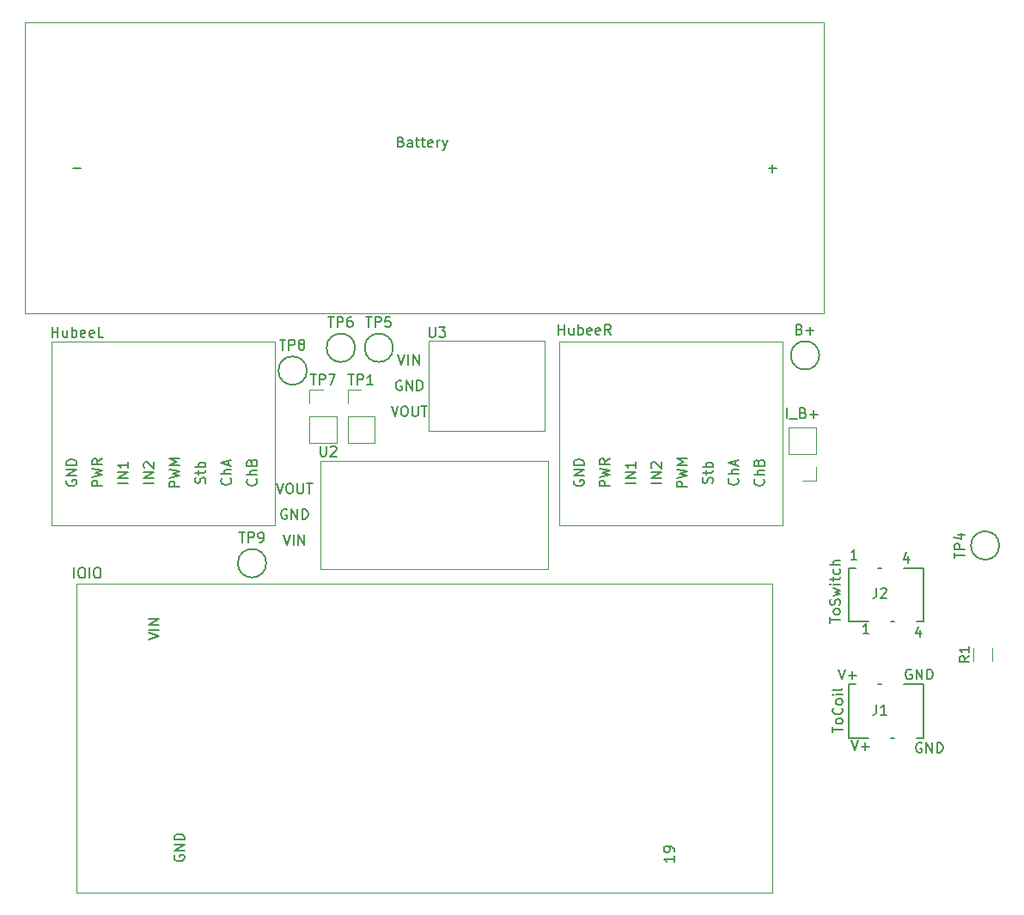
<source format=gbr>
G04 #@! TF.GenerationSoftware,KiCad,Pcbnew,5.1.5+dfsg1-2build2*
G04 #@! TF.CreationDate,2020-11-16T19:45:50+09:00*
G04 #@! TF.ProjectId,robot,726f626f-742e-46b6-9963-61645f706362,rev?*
G04 #@! TF.SameCoordinates,Original*
G04 #@! TF.FileFunction,Legend,Top*
G04 #@! TF.FilePolarity,Positive*
%FSLAX46Y46*%
G04 Gerber Fmt 4.6, Leading zero omitted, Abs format (unit mm)*
G04 Created by KiCad (PCBNEW 5.1.5+dfsg1-2build2) date 2020-11-16 19:45:50*
%MOMM*%
%LPD*%
G04 APERTURE LIST*
%ADD10C,0.150000*%
%ADD11C,0.120000*%
%ADD12C,0.152400*%
G04 APERTURE END LIST*
D10*
X87690476Y40214285D02*
X87690476Y39547619D01*
X87452380Y40595238D02*
X87214285Y39880952D01*
X87833333Y39880952D01*
X83785714Y32547619D02*
X83214285Y32547619D01*
X83500000Y32547619D02*
X83500000Y33547619D01*
X83404761Y33404761D01*
X83309523Y33309523D01*
X83214285Y33261904D01*
X88988095Y21750000D02*
X88892857Y21797619D01*
X88750000Y21797619D01*
X88607142Y21750000D01*
X88511904Y21654761D01*
X88464285Y21559523D01*
X88416666Y21369047D01*
X88416666Y21226190D01*
X88464285Y21035714D01*
X88511904Y20940476D01*
X88607142Y20845238D01*
X88750000Y20797619D01*
X88845238Y20797619D01*
X88988095Y20845238D01*
X89035714Y20892857D01*
X89035714Y21226190D01*
X88845238Y21226190D01*
X89464285Y20797619D02*
X89464285Y21797619D01*
X90035714Y20797619D01*
X90035714Y21797619D01*
X90511904Y20797619D02*
X90511904Y21797619D01*
X90750000Y21797619D01*
X90892857Y21750000D01*
X90988095Y21654761D01*
X91035714Y21559523D01*
X91083333Y21369047D01*
X91083333Y21226190D01*
X91035714Y21035714D01*
X90988095Y20940476D01*
X90892857Y20845238D01*
X90750000Y20797619D01*
X90511904Y20797619D01*
X87988095Y29000000D02*
X87892857Y29047619D01*
X87750000Y29047619D01*
X87607142Y29000000D01*
X87511904Y28904761D01*
X87464285Y28809523D01*
X87416666Y28619047D01*
X87416666Y28476190D01*
X87464285Y28285714D01*
X87511904Y28190476D01*
X87607142Y28095238D01*
X87750000Y28047619D01*
X87845238Y28047619D01*
X87988095Y28095238D01*
X88035714Y28142857D01*
X88035714Y28476190D01*
X87845238Y28476190D01*
X88464285Y28047619D02*
X88464285Y29047619D01*
X89035714Y28047619D01*
X89035714Y29047619D01*
X89511904Y28047619D02*
X89511904Y29047619D01*
X89750000Y29047619D01*
X89892857Y29000000D01*
X89988095Y28904761D01*
X90035714Y28809523D01*
X90083333Y28619047D01*
X90083333Y28476190D01*
X90035714Y28285714D01*
X89988095Y28190476D01*
X89892857Y28095238D01*
X89750000Y28047619D01*
X89511904Y28047619D01*
X82047619Y22047619D02*
X82380952Y21047619D01*
X82714285Y22047619D01*
X83047619Y21428571D02*
X83809523Y21428571D01*
X83428571Y21047619D02*
X83428571Y21809523D01*
X80797619Y29047619D02*
X81130952Y28047619D01*
X81464285Y29047619D01*
X81797619Y28428571D02*
X82559523Y28428571D01*
X82178571Y28047619D02*
X82178571Y28809523D01*
X80202380Y22809523D02*
X80202380Y23380952D01*
X81202380Y23095238D02*
X80202380Y23095238D01*
X81202380Y23857142D02*
X81154761Y23761904D01*
X81107142Y23714285D01*
X81011904Y23666666D01*
X80726190Y23666666D01*
X80630952Y23714285D01*
X80583333Y23761904D01*
X80535714Y23857142D01*
X80535714Y24000000D01*
X80583333Y24095238D01*
X80630952Y24142857D01*
X80726190Y24190476D01*
X81011904Y24190476D01*
X81107142Y24142857D01*
X81154761Y24095238D01*
X81202380Y24000000D01*
X81202380Y23857142D01*
X81107142Y25190476D02*
X81154761Y25142857D01*
X81202380Y25000000D01*
X81202380Y24904761D01*
X81154761Y24761904D01*
X81059523Y24666666D01*
X80964285Y24619047D01*
X80773809Y24571428D01*
X80630952Y24571428D01*
X80440476Y24619047D01*
X80345238Y24666666D01*
X80250000Y24761904D01*
X80202380Y24904761D01*
X80202380Y25000000D01*
X80250000Y25142857D01*
X80297619Y25190476D01*
X81202380Y25761904D02*
X81154761Y25666666D01*
X81107142Y25619047D01*
X81011904Y25571428D01*
X80726190Y25571428D01*
X80630952Y25619047D01*
X80583333Y25666666D01*
X80535714Y25761904D01*
X80535714Y25904761D01*
X80583333Y26000000D01*
X80630952Y26047619D01*
X80726190Y26095238D01*
X81011904Y26095238D01*
X81107142Y26047619D01*
X81154761Y26000000D01*
X81202380Y25904761D01*
X81202380Y25761904D01*
X81202380Y26523809D02*
X80535714Y26523809D01*
X80202380Y26523809D02*
X80250000Y26476190D01*
X80297619Y26523809D01*
X80250000Y26571428D01*
X80202380Y26523809D01*
X80297619Y26523809D01*
X81202380Y27142857D02*
X81154761Y27047619D01*
X81059523Y27000000D01*
X80202380Y27000000D01*
X79952380Y33607142D02*
X79952380Y34178571D01*
X80952380Y33892857D02*
X79952380Y33892857D01*
X80952380Y34654761D02*
X80904761Y34559523D01*
X80857142Y34511904D01*
X80761904Y34464285D01*
X80476190Y34464285D01*
X80380952Y34511904D01*
X80333333Y34559523D01*
X80285714Y34654761D01*
X80285714Y34797619D01*
X80333333Y34892857D01*
X80380952Y34940476D01*
X80476190Y34988095D01*
X80761904Y34988095D01*
X80857142Y34940476D01*
X80904761Y34892857D01*
X80952380Y34797619D01*
X80952380Y34654761D01*
X80904761Y35369047D02*
X80952380Y35511904D01*
X80952380Y35750000D01*
X80904761Y35845238D01*
X80857142Y35892857D01*
X80761904Y35940476D01*
X80666666Y35940476D01*
X80571428Y35892857D01*
X80523809Y35845238D01*
X80476190Y35750000D01*
X80428571Y35559523D01*
X80380952Y35464285D01*
X80333333Y35416666D01*
X80238095Y35369047D01*
X80142857Y35369047D01*
X80047619Y35416666D01*
X80000000Y35464285D01*
X79952380Y35559523D01*
X79952380Y35797619D01*
X80000000Y35940476D01*
X80285714Y36273809D02*
X80952380Y36464285D01*
X80476190Y36654761D01*
X80952380Y36845238D01*
X80285714Y37035714D01*
X80952380Y37416666D02*
X80285714Y37416666D01*
X79952380Y37416666D02*
X80000000Y37369047D01*
X80047619Y37416666D01*
X80000000Y37464285D01*
X79952380Y37416666D01*
X80047619Y37416666D01*
X80285714Y37750000D02*
X80285714Y38130952D01*
X79952380Y37892857D02*
X80809523Y37892857D01*
X80904761Y37940476D01*
X80952380Y38035714D01*
X80952380Y38130952D01*
X80904761Y38892857D02*
X80952380Y38797619D01*
X80952380Y38607142D01*
X80904761Y38511904D01*
X80857142Y38464285D01*
X80761904Y38416666D01*
X80476190Y38416666D01*
X80380952Y38464285D01*
X80333333Y38511904D01*
X80285714Y38607142D01*
X80285714Y38797619D01*
X80333333Y38892857D01*
X80952380Y39321428D02*
X79952380Y39321428D01*
X80952380Y39750000D02*
X80428571Y39750000D01*
X80333333Y39702380D01*
X80285714Y39607142D01*
X80285714Y39464285D01*
X80333333Y39369047D01*
X80380952Y39321428D01*
D11*
X94090000Y31102064D02*
X94090000Y29897936D01*
X95910000Y31102064D02*
X95910000Y29897936D01*
D12*
X88487040Y22278263D02*
X89183000Y22278263D01*
X85052960Y27536063D02*
X84677040Y27536063D01*
X85947040Y22278263D02*
X86322960Y22278263D01*
X82512960Y27536063D02*
X81817000Y27536063D01*
X81817000Y27536063D02*
X81817000Y22278263D01*
X89183000Y27536063D02*
X87217040Y27536063D01*
X89183000Y22278263D02*
X89183000Y27536063D01*
X81817000Y22278263D02*
X83782960Y22278263D01*
X88487040Y33778263D02*
X89183000Y33778263D01*
X85052960Y39036063D02*
X84677040Y39036063D01*
X85947040Y33778263D02*
X86322960Y33778263D01*
X82512960Y39036063D02*
X81817000Y39036063D01*
X81817000Y39036063D02*
X81817000Y33778263D01*
X89183000Y39036063D02*
X87217040Y39036063D01*
X89183000Y33778263D02*
X89183000Y39036063D01*
X81817000Y33778263D02*
X83782960Y33778263D01*
D11*
X51830000Y61445000D02*
X51830000Y52555000D01*
X40400000Y52555000D02*
X51830000Y52555000D01*
X40400000Y61445000D02*
X40400000Y52555000D01*
X40400000Y61445000D02*
X51830000Y61445000D01*
D10*
X24400000Y39500000D02*
G75*
G03X24400000Y39500000I-1400000J0D01*
G01*
X28400000Y58500000D02*
G75*
G03X28400000Y58500000I-1400000J0D01*
G01*
D11*
X28670000Y56580000D02*
X30000000Y56580000D01*
X28670000Y55250000D02*
X28670000Y56580000D01*
X28670000Y53980000D02*
X31330000Y53980000D01*
X31330000Y53980000D02*
X31330000Y51380000D01*
X28670000Y53980000D02*
X28670000Y51380000D01*
X28670000Y51380000D02*
X31330000Y51380000D01*
D10*
X33150000Y60750000D02*
G75*
G03X33150000Y60750000I-1400000J0D01*
G01*
X36900000Y60750000D02*
G75*
G03X36900000Y60750000I-1400000J0D01*
G01*
X96650000Y41250000D02*
G75*
G03X96650000Y41250000I-1400000J0D01*
G01*
X78900000Y60000000D02*
G75*
G03X78900000Y60000000I-1400000J0D01*
G01*
D11*
X78580000Y47670000D02*
X77250000Y47670000D01*
X78580000Y49000000D02*
X78580000Y47670000D01*
X78580000Y50270000D02*
X75920000Y50270000D01*
X75920000Y50270000D02*
X75920000Y52870000D01*
X78580000Y50270000D02*
X78580000Y52870000D01*
X78580000Y52870000D02*
X75920000Y52870000D01*
X32420000Y56580000D02*
X33750000Y56580000D01*
X32420000Y55250000D02*
X32420000Y56580000D01*
X32420000Y53980000D02*
X35080000Y53980000D01*
X35080000Y53980000D02*
X35080000Y51380000D01*
X32420000Y53980000D02*
X32420000Y51380000D01*
X32420000Y51380000D02*
X35080000Y51380000D01*
X5710000Y37490000D02*
X74290000Y37490000D01*
X74290000Y7010000D02*
X74290000Y37490000D01*
X5710000Y7010000D02*
X74290000Y7010000D01*
X5710000Y7010000D02*
X5710000Y37490000D01*
X3250000Y61350000D02*
X25250000Y61350000D01*
X25250000Y43250000D02*
X25250000Y61350000D01*
X3250000Y43250000D02*
X3250000Y61350000D01*
X3250000Y43250000D02*
X25250000Y43250000D01*
X53250000Y61350000D02*
X75250000Y61350000D01*
X75250000Y43250000D02*
X75250000Y61350000D01*
X53250000Y43250000D02*
X53250000Y61350000D01*
X53250000Y43250000D02*
X75250000Y43250000D01*
X52209000Y38956000D02*
X52209000Y49624000D01*
X29730000Y49624000D02*
X52209000Y49624000D01*
X29730000Y38956000D02*
X29730000Y49624000D01*
X29730000Y38956000D02*
X52209000Y38956000D01*
X79375000Y92875000D02*
X79375000Y64125000D01*
X625000Y92875000D02*
X625000Y64125000D01*
X79375000Y64125000D02*
X625000Y64125000D01*
X79375000Y92875000D02*
X625000Y92875000D01*
D10*
X93702380Y30333333D02*
X93226190Y30000000D01*
X93702380Y29761904D02*
X92702380Y29761904D01*
X92702380Y30142857D01*
X92750000Y30238095D01*
X92797619Y30285714D01*
X92892857Y30333333D01*
X93035714Y30333333D01*
X93130952Y30285714D01*
X93178571Y30238095D01*
X93226190Y30142857D01*
X93226190Y29761904D01*
X93702380Y31285714D02*
X93702380Y30714285D01*
X93702380Y31000000D02*
X92702380Y31000000D01*
X92845238Y30904761D01*
X92940476Y30809523D01*
X92988095Y30714285D01*
X84531666Y25547619D02*
X84531666Y24833333D01*
X84484047Y24690476D01*
X84388809Y24595238D01*
X84245952Y24547619D01*
X84150714Y24547619D01*
X85531666Y24547619D02*
X84960238Y24547619D01*
X85245952Y24547619D02*
X85245952Y25547619D01*
X85150714Y25404761D01*
X85055476Y25309523D01*
X84960238Y25261904D01*
X84531666Y37047619D02*
X84531666Y36333333D01*
X84484047Y36190476D01*
X84388809Y36095238D01*
X84245952Y36047619D01*
X84150714Y36047619D01*
X84960238Y36952380D02*
X85007857Y37000000D01*
X85103095Y37047619D01*
X85341190Y37047619D01*
X85436428Y37000000D01*
X85484047Y36952380D01*
X85531666Y36857142D01*
X85531666Y36761904D01*
X85484047Y36619047D01*
X84912619Y36047619D01*
X85531666Y36047619D01*
X88865476Y32904285D02*
X88865476Y32237619D01*
X88627380Y33285238D02*
X88389285Y32570952D01*
X89008333Y32570952D01*
X82610714Y39857619D02*
X82039285Y39857619D01*
X82325000Y39857619D02*
X82325000Y40857619D01*
X82229761Y40714761D01*
X82134523Y40619523D01*
X82039285Y40571904D01*
X40488095Y62797619D02*
X40488095Y61988095D01*
X40535714Y61892857D01*
X40583333Y61845238D01*
X40678571Y61797619D01*
X40869047Y61797619D01*
X40964285Y61845238D01*
X41011904Y61892857D01*
X41059523Y61988095D01*
X41059523Y62797619D01*
X41440476Y62797619D02*
X42059523Y62797619D01*
X41726190Y62416666D01*
X41869047Y62416666D01*
X41964285Y62369047D01*
X42011904Y62321428D01*
X42059523Y62226190D01*
X42059523Y61988095D01*
X42011904Y61892857D01*
X41964285Y61845238D01*
X41869047Y61797619D01*
X41583333Y61797619D01*
X41488095Y61845238D01*
X41440476Y61892857D01*
X36733095Y55007619D02*
X37066428Y54007619D01*
X37399761Y55007619D01*
X37923571Y55007619D02*
X38114047Y55007619D01*
X38209285Y54960000D01*
X38304523Y54864761D01*
X38352142Y54674285D01*
X38352142Y54340952D01*
X38304523Y54150476D01*
X38209285Y54055238D01*
X38114047Y54007619D01*
X37923571Y54007619D01*
X37828333Y54055238D01*
X37733095Y54150476D01*
X37685476Y54340952D01*
X37685476Y54674285D01*
X37733095Y54864761D01*
X37828333Y54960000D01*
X37923571Y55007619D01*
X38780714Y55007619D02*
X38780714Y54198095D01*
X38828333Y54102857D01*
X38875952Y54055238D01*
X38971190Y54007619D01*
X39161666Y54007619D01*
X39256904Y54055238D01*
X39304523Y54102857D01*
X39352142Y54198095D01*
X39352142Y55007619D01*
X39685476Y55007619D02*
X40256904Y55007619D01*
X39971190Y54007619D02*
X39971190Y55007619D01*
X37733095Y57500000D02*
X37637857Y57547619D01*
X37495000Y57547619D01*
X37352142Y57500000D01*
X37256904Y57404761D01*
X37209285Y57309523D01*
X37161666Y57119047D01*
X37161666Y56976190D01*
X37209285Y56785714D01*
X37256904Y56690476D01*
X37352142Y56595238D01*
X37495000Y56547619D01*
X37590238Y56547619D01*
X37733095Y56595238D01*
X37780714Y56642857D01*
X37780714Y56976190D01*
X37590238Y56976190D01*
X38209285Y56547619D02*
X38209285Y57547619D01*
X38780714Y56547619D01*
X38780714Y57547619D01*
X39256904Y56547619D02*
X39256904Y57547619D01*
X39495000Y57547619D01*
X39637857Y57500000D01*
X39733095Y57404761D01*
X39780714Y57309523D01*
X39828333Y57119047D01*
X39828333Y56976190D01*
X39780714Y56785714D01*
X39733095Y56690476D01*
X39637857Y56595238D01*
X39495000Y56547619D01*
X39256904Y56547619D01*
X37399761Y60087619D02*
X37733095Y59087619D01*
X38066428Y60087619D01*
X38399761Y59087619D02*
X38399761Y60087619D01*
X38875952Y59087619D02*
X38875952Y60087619D01*
X39447380Y59087619D01*
X39447380Y60087619D01*
X21738095Y42547619D02*
X22309523Y42547619D01*
X22023809Y41547619D02*
X22023809Y42547619D01*
X22642857Y41547619D02*
X22642857Y42547619D01*
X23023809Y42547619D01*
X23119047Y42500000D01*
X23166666Y42452380D01*
X23214285Y42357142D01*
X23214285Y42214285D01*
X23166666Y42119047D01*
X23119047Y42071428D01*
X23023809Y42023809D01*
X22642857Y42023809D01*
X23690476Y41547619D02*
X23880952Y41547619D01*
X23976190Y41595238D01*
X24023809Y41642857D01*
X24119047Y41785714D01*
X24166666Y41976190D01*
X24166666Y42357142D01*
X24119047Y42452380D01*
X24071428Y42500000D01*
X23976190Y42547619D01*
X23785714Y42547619D01*
X23690476Y42500000D01*
X23642857Y42452380D01*
X23595238Y42357142D01*
X23595238Y42119047D01*
X23642857Y42023809D01*
X23690476Y41976190D01*
X23785714Y41928571D01*
X23976190Y41928571D01*
X24071428Y41976190D01*
X24119047Y42023809D01*
X24166666Y42119047D01*
X25738095Y61547619D02*
X26309523Y61547619D01*
X26023809Y60547619D02*
X26023809Y61547619D01*
X26642857Y60547619D02*
X26642857Y61547619D01*
X27023809Y61547619D01*
X27119047Y61500000D01*
X27166666Y61452380D01*
X27214285Y61357142D01*
X27214285Y61214285D01*
X27166666Y61119047D01*
X27119047Y61071428D01*
X27023809Y61023809D01*
X26642857Y61023809D01*
X27785714Y61119047D02*
X27690476Y61166666D01*
X27642857Y61214285D01*
X27595238Y61309523D01*
X27595238Y61357142D01*
X27642857Y61452380D01*
X27690476Y61500000D01*
X27785714Y61547619D01*
X27976190Y61547619D01*
X28071428Y61500000D01*
X28119047Y61452380D01*
X28166666Y61357142D01*
X28166666Y61309523D01*
X28119047Y61214285D01*
X28071428Y61166666D01*
X27976190Y61119047D01*
X27785714Y61119047D01*
X27690476Y61071428D01*
X27642857Y61023809D01*
X27595238Y60928571D01*
X27595238Y60738095D01*
X27642857Y60642857D01*
X27690476Y60595238D01*
X27785714Y60547619D01*
X27976190Y60547619D01*
X28071428Y60595238D01*
X28119047Y60642857D01*
X28166666Y60738095D01*
X28166666Y60928571D01*
X28119047Y61023809D01*
X28071428Y61071428D01*
X27976190Y61119047D01*
X28738095Y58127619D02*
X29309523Y58127619D01*
X29023809Y57127619D02*
X29023809Y58127619D01*
X29642857Y57127619D02*
X29642857Y58127619D01*
X30023809Y58127619D01*
X30119047Y58080000D01*
X30166666Y58032380D01*
X30214285Y57937142D01*
X30214285Y57794285D01*
X30166666Y57699047D01*
X30119047Y57651428D01*
X30023809Y57603809D01*
X29642857Y57603809D01*
X30547619Y58127619D02*
X31214285Y58127619D01*
X30785714Y57127619D01*
X30488095Y63797619D02*
X31059523Y63797619D01*
X30773809Y62797619D02*
X30773809Y63797619D01*
X31392857Y62797619D02*
X31392857Y63797619D01*
X31773809Y63797619D01*
X31869047Y63750000D01*
X31916666Y63702380D01*
X31964285Y63607142D01*
X31964285Y63464285D01*
X31916666Y63369047D01*
X31869047Y63321428D01*
X31773809Y63273809D01*
X31392857Y63273809D01*
X32821428Y63797619D02*
X32630952Y63797619D01*
X32535714Y63750000D01*
X32488095Y63702380D01*
X32392857Y63559523D01*
X32345238Y63369047D01*
X32345238Y62988095D01*
X32392857Y62892857D01*
X32440476Y62845238D01*
X32535714Y62797619D01*
X32726190Y62797619D01*
X32821428Y62845238D01*
X32869047Y62892857D01*
X32916666Y62988095D01*
X32916666Y63226190D01*
X32869047Y63321428D01*
X32821428Y63369047D01*
X32726190Y63416666D01*
X32535714Y63416666D01*
X32440476Y63369047D01*
X32392857Y63321428D01*
X32345238Y63226190D01*
X34238095Y63797619D02*
X34809523Y63797619D01*
X34523809Y62797619D02*
X34523809Y63797619D01*
X35142857Y62797619D02*
X35142857Y63797619D01*
X35523809Y63797619D01*
X35619047Y63750000D01*
X35666666Y63702380D01*
X35714285Y63607142D01*
X35714285Y63464285D01*
X35666666Y63369047D01*
X35619047Y63321428D01*
X35523809Y63273809D01*
X35142857Y63273809D01*
X36619047Y63797619D02*
X36142857Y63797619D01*
X36095238Y63321428D01*
X36142857Y63369047D01*
X36238095Y63416666D01*
X36476190Y63416666D01*
X36571428Y63369047D01*
X36619047Y63321428D01*
X36666666Y63226190D01*
X36666666Y62988095D01*
X36619047Y62892857D01*
X36571428Y62845238D01*
X36476190Y62797619D01*
X36238095Y62797619D01*
X36142857Y62845238D01*
X36095238Y62892857D01*
X92202380Y39988095D02*
X92202380Y40559523D01*
X93202380Y40273809D02*
X92202380Y40273809D01*
X93202380Y40892857D02*
X92202380Y40892857D01*
X92202380Y41273809D01*
X92250000Y41369047D01*
X92297619Y41416666D01*
X92392857Y41464285D01*
X92535714Y41464285D01*
X92630952Y41416666D01*
X92678571Y41369047D01*
X92726190Y41273809D01*
X92726190Y40892857D01*
X92535714Y42321428D02*
X93202380Y42321428D01*
X92154761Y42083333D02*
X92869047Y41845238D01*
X92869047Y42464285D01*
X76952380Y62571428D02*
X77095238Y62523809D01*
X77142857Y62476190D01*
X77190476Y62380952D01*
X77190476Y62238095D01*
X77142857Y62142857D01*
X77095238Y62095238D01*
X77000000Y62047619D01*
X76619047Y62047619D01*
X76619047Y63047619D01*
X76952380Y63047619D01*
X77047619Y63000000D01*
X77095238Y62952380D01*
X77142857Y62857142D01*
X77142857Y62761904D01*
X77095238Y62666666D01*
X77047619Y62619047D01*
X76952380Y62571428D01*
X76619047Y62571428D01*
X77619047Y62428571D02*
X78380952Y62428571D01*
X78000000Y62047619D02*
X78000000Y62809523D01*
X75750000Y53797619D02*
X75750000Y54797619D01*
X75988095Y53702380D02*
X76750000Y53702380D01*
X77321428Y54321428D02*
X77464285Y54273809D01*
X77511904Y54226190D01*
X77559523Y54130952D01*
X77559523Y53988095D01*
X77511904Y53892857D01*
X77464285Y53845238D01*
X77369047Y53797619D01*
X76988095Y53797619D01*
X76988095Y54797619D01*
X77321428Y54797619D01*
X77416666Y54750000D01*
X77464285Y54702380D01*
X77511904Y54607142D01*
X77511904Y54511904D01*
X77464285Y54416666D01*
X77416666Y54369047D01*
X77321428Y54321428D01*
X76988095Y54321428D01*
X77988095Y54178571D02*
X78750000Y54178571D01*
X78369047Y53797619D02*
X78369047Y54559523D01*
X32488095Y58127619D02*
X33059523Y58127619D01*
X32773809Y57127619D02*
X32773809Y58127619D01*
X33392857Y57127619D02*
X33392857Y58127619D01*
X33773809Y58127619D01*
X33869047Y58080000D01*
X33916666Y58032380D01*
X33964285Y57937142D01*
X33964285Y57794285D01*
X33916666Y57699047D01*
X33869047Y57651428D01*
X33773809Y57603809D01*
X33392857Y57603809D01*
X34916666Y57127619D02*
X34345238Y57127619D01*
X34630952Y57127619D02*
X34630952Y58127619D01*
X34535714Y57984761D01*
X34440476Y57889523D01*
X34345238Y57841904D01*
X5464285Y38047619D02*
X5464285Y39047619D01*
X6130952Y39047619D02*
X6321428Y39047619D01*
X6416666Y39000000D01*
X6511904Y38904761D01*
X6559523Y38714285D01*
X6559523Y38380952D01*
X6511904Y38190476D01*
X6416666Y38095238D01*
X6321428Y38047619D01*
X6130952Y38047619D01*
X6035714Y38095238D01*
X5940476Y38190476D01*
X5892857Y38380952D01*
X5892857Y38714285D01*
X5940476Y38904761D01*
X6035714Y39000000D01*
X6130952Y39047619D01*
X6988095Y38047619D02*
X6988095Y39047619D01*
X7654761Y39047619D02*
X7845238Y39047619D01*
X7940476Y39000000D01*
X8035714Y38904761D01*
X8083333Y38714285D01*
X8083333Y38380952D01*
X8035714Y38190476D01*
X7940476Y38095238D01*
X7845238Y38047619D01*
X7654761Y38047619D01*
X7559523Y38095238D01*
X7464285Y38190476D01*
X7416666Y38380952D01*
X7416666Y38714285D01*
X7464285Y38904761D01*
X7559523Y39000000D01*
X7654761Y39047619D01*
X12782380Y31949761D02*
X13782380Y32283095D01*
X12782380Y32616428D01*
X13782380Y32949761D02*
X12782380Y32949761D01*
X13782380Y33425952D02*
X12782380Y33425952D01*
X13782380Y33997380D01*
X12782380Y33997380D01*
X64582380Y10629523D02*
X64582380Y10058095D01*
X64582380Y10343809D02*
X63582380Y10343809D01*
X63725238Y10248571D01*
X63820476Y10153333D01*
X63868095Y10058095D01*
X64582380Y11105714D02*
X64582380Y11296190D01*
X64534761Y11391428D01*
X64487142Y11439047D01*
X64344285Y11534285D01*
X64153809Y11581904D01*
X63772857Y11581904D01*
X63677619Y11534285D01*
X63630000Y11486666D01*
X63582380Y11391428D01*
X63582380Y11200952D01*
X63630000Y11105714D01*
X63677619Y11058095D01*
X63772857Y11010476D01*
X64010952Y11010476D01*
X64106190Y11058095D01*
X64153809Y11105714D01*
X64201428Y11200952D01*
X64201428Y11391428D01*
X64153809Y11486666D01*
X64106190Y11534285D01*
X64010952Y11581904D01*
X15370000Y10693095D02*
X15322380Y10597857D01*
X15322380Y10455000D01*
X15370000Y10312142D01*
X15465238Y10216904D01*
X15560476Y10169285D01*
X15750952Y10121666D01*
X15893809Y10121666D01*
X16084285Y10169285D01*
X16179523Y10216904D01*
X16274761Y10312142D01*
X16322380Y10455000D01*
X16322380Y10550238D01*
X16274761Y10693095D01*
X16227142Y10740714D01*
X15893809Y10740714D01*
X15893809Y10550238D01*
X16322380Y11169285D02*
X15322380Y11169285D01*
X16322380Y11740714D01*
X15322380Y11740714D01*
X16322380Y12216904D02*
X15322380Y12216904D01*
X15322380Y12455000D01*
X15370000Y12597857D01*
X15465238Y12693095D01*
X15560476Y12740714D01*
X15750952Y12788333D01*
X15893809Y12788333D01*
X16084285Y12740714D01*
X16179523Y12693095D01*
X16274761Y12597857D01*
X16322380Y12455000D01*
X16322380Y12216904D01*
X3297619Y61797619D02*
X3297619Y62797619D01*
X3297619Y62321428D02*
X3869047Y62321428D01*
X3869047Y61797619D02*
X3869047Y62797619D01*
X4773809Y62464285D02*
X4773809Y61797619D01*
X4345238Y62464285D02*
X4345238Y61940476D01*
X4392857Y61845238D01*
X4488095Y61797619D01*
X4630952Y61797619D01*
X4726190Y61845238D01*
X4773809Y61892857D01*
X5250000Y61797619D02*
X5250000Y62797619D01*
X5250000Y62416666D02*
X5345238Y62464285D01*
X5535714Y62464285D01*
X5630952Y62416666D01*
X5678571Y62369047D01*
X5726190Y62273809D01*
X5726190Y61988095D01*
X5678571Y61892857D01*
X5630952Y61845238D01*
X5535714Y61797619D01*
X5345238Y61797619D01*
X5250000Y61845238D01*
X6535714Y61845238D02*
X6440476Y61797619D01*
X6250000Y61797619D01*
X6154761Y61845238D01*
X6107142Y61940476D01*
X6107142Y62321428D01*
X6154761Y62416666D01*
X6250000Y62464285D01*
X6440476Y62464285D01*
X6535714Y62416666D01*
X6583333Y62321428D01*
X6583333Y62226190D01*
X6107142Y62130952D01*
X7392857Y61845238D02*
X7297619Y61797619D01*
X7107142Y61797619D01*
X7011904Y61845238D01*
X6964285Y61940476D01*
X6964285Y62321428D01*
X7011904Y62416666D01*
X7107142Y62464285D01*
X7297619Y62464285D01*
X7392857Y62416666D01*
X7440476Y62321428D01*
X7440476Y62226190D01*
X6964285Y62130952D01*
X8345238Y61797619D02*
X7869047Y61797619D01*
X7869047Y62797619D01*
X23387142Y47782142D02*
X23434761Y47734523D01*
X23482380Y47591666D01*
X23482380Y47496428D01*
X23434761Y47353571D01*
X23339523Y47258333D01*
X23244285Y47210714D01*
X23053809Y47163095D01*
X22910952Y47163095D01*
X22720476Y47210714D01*
X22625238Y47258333D01*
X22530000Y47353571D01*
X22482380Y47496428D01*
X22482380Y47591666D01*
X22530000Y47734523D01*
X22577619Y47782142D01*
X23482380Y48210714D02*
X22482380Y48210714D01*
X23482380Y48639285D02*
X22958571Y48639285D01*
X22863333Y48591666D01*
X22815714Y48496428D01*
X22815714Y48353571D01*
X22863333Y48258333D01*
X22910952Y48210714D01*
X22958571Y49448809D02*
X23006190Y49591666D01*
X23053809Y49639285D01*
X23149047Y49686904D01*
X23291904Y49686904D01*
X23387142Y49639285D01*
X23434761Y49591666D01*
X23482380Y49496428D01*
X23482380Y49115476D01*
X22482380Y49115476D01*
X22482380Y49448809D01*
X22530000Y49544047D01*
X22577619Y49591666D01*
X22672857Y49639285D01*
X22768095Y49639285D01*
X22863333Y49591666D01*
X22910952Y49544047D01*
X22958571Y49448809D01*
X22958571Y49115476D01*
X20847142Y47853571D02*
X20894761Y47805952D01*
X20942380Y47663095D01*
X20942380Y47567857D01*
X20894761Y47425000D01*
X20799523Y47329761D01*
X20704285Y47282142D01*
X20513809Y47234523D01*
X20370952Y47234523D01*
X20180476Y47282142D01*
X20085238Y47329761D01*
X19990000Y47425000D01*
X19942380Y47567857D01*
X19942380Y47663095D01*
X19990000Y47805952D01*
X20037619Y47853571D01*
X20942380Y48282142D02*
X19942380Y48282142D01*
X20942380Y48710714D02*
X20418571Y48710714D01*
X20323333Y48663095D01*
X20275714Y48567857D01*
X20275714Y48425000D01*
X20323333Y48329761D01*
X20370952Y48282142D01*
X20656666Y49139285D02*
X20656666Y49615476D01*
X20942380Y49044047D02*
X19942380Y49377380D01*
X20942380Y49710714D01*
X18354761Y47401190D02*
X18402380Y47544047D01*
X18402380Y47782142D01*
X18354761Y47877380D01*
X18307142Y47925000D01*
X18211904Y47972619D01*
X18116666Y47972619D01*
X18021428Y47925000D01*
X17973809Y47877380D01*
X17926190Y47782142D01*
X17878571Y47591666D01*
X17830952Y47496428D01*
X17783333Y47448809D01*
X17688095Y47401190D01*
X17592857Y47401190D01*
X17497619Y47448809D01*
X17450000Y47496428D01*
X17402380Y47591666D01*
X17402380Y47829761D01*
X17450000Y47972619D01*
X17735714Y48258333D02*
X17735714Y48639285D01*
X17402380Y48401190D02*
X18259523Y48401190D01*
X18354761Y48448809D01*
X18402380Y48544047D01*
X18402380Y48639285D01*
X18402380Y48972619D02*
X17402380Y48972619D01*
X17783333Y48972619D02*
X17735714Y49067857D01*
X17735714Y49258333D01*
X17783333Y49353571D01*
X17830952Y49401190D01*
X17926190Y49448809D01*
X18211904Y49448809D01*
X18307142Y49401190D01*
X18354761Y49353571D01*
X18402380Y49258333D01*
X18402380Y49067857D01*
X18354761Y48972619D01*
X15862380Y47020238D02*
X14862380Y47020238D01*
X14862380Y47401190D01*
X14910000Y47496428D01*
X14957619Y47544047D01*
X15052857Y47591666D01*
X15195714Y47591666D01*
X15290952Y47544047D01*
X15338571Y47496428D01*
X15386190Y47401190D01*
X15386190Y47020238D01*
X14862380Y47925000D02*
X15862380Y48163095D01*
X15148095Y48353571D01*
X15862380Y48544047D01*
X14862380Y48782142D01*
X15862380Y49163095D02*
X14862380Y49163095D01*
X15576666Y49496428D01*
X14862380Y49829761D01*
X15862380Y49829761D01*
X13322380Y47425000D02*
X12322380Y47425000D01*
X13322380Y47901190D02*
X12322380Y47901190D01*
X13322380Y48472619D01*
X12322380Y48472619D01*
X12417619Y48901190D02*
X12370000Y48948809D01*
X12322380Y49044047D01*
X12322380Y49282142D01*
X12370000Y49377380D01*
X12417619Y49425000D01*
X12512857Y49472619D01*
X12608095Y49472619D01*
X12750952Y49425000D01*
X13322380Y48853571D01*
X13322380Y49472619D01*
X10782380Y47425000D02*
X9782380Y47425000D01*
X10782380Y47901190D02*
X9782380Y47901190D01*
X10782380Y48472619D01*
X9782380Y48472619D01*
X10782380Y49472619D02*
X10782380Y48901190D01*
X10782380Y49186904D02*
X9782380Y49186904D01*
X9925238Y49091666D01*
X10020476Y48996428D01*
X10068095Y48901190D01*
X8242380Y47091666D02*
X7242380Y47091666D01*
X7242380Y47472619D01*
X7290000Y47567857D01*
X7337619Y47615476D01*
X7432857Y47663095D01*
X7575714Y47663095D01*
X7670952Y47615476D01*
X7718571Y47567857D01*
X7766190Y47472619D01*
X7766190Y47091666D01*
X7242380Y47996428D02*
X8242380Y48234523D01*
X7528095Y48425000D01*
X8242380Y48615476D01*
X7242380Y48853571D01*
X8242380Y49805952D02*
X7766190Y49472619D01*
X8242380Y49234523D02*
X7242380Y49234523D01*
X7242380Y49615476D01*
X7290000Y49710714D01*
X7337619Y49758333D01*
X7432857Y49805952D01*
X7575714Y49805952D01*
X7670952Y49758333D01*
X7718571Y49710714D01*
X7766190Y49615476D01*
X7766190Y49234523D01*
X4750000Y47663095D02*
X4702380Y47567857D01*
X4702380Y47425000D01*
X4750000Y47282142D01*
X4845238Y47186904D01*
X4940476Y47139285D01*
X5130952Y47091666D01*
X5273809Y47091666D01*
X5464285Y47139285D01*
X5559523Y47186904D01*
X5654761Y47282142D01*
X5702380Y47425000D01*
X5702380Y47520238D01*
X5654761Y47663095D01*
X5607142Y47710714D01*
X5273809Y47710714D01*
X5273809Y47520238D01*
X5702380Y48139285D02*
X4702380Y48139285D01*
X5702380Y48710714D01*
X4702380Y48710714D01*
X5702380Y49186904D02*
X4702380Y49186904D01*
X4702380Y49425000D01*
X4750000Y49567857D01*
X4845238Y49663095D01*
X4940476Y49710714D01*
X5130952Y49758333D01*
X5273809Y49758333D01*
X5464285Y49710714D01*
X5559523Y49663095D01*
X5654761Y49567857D01*
X5702380Y49425000D01*
X5702380Y49186904D01*
X53202380Y62047619D02*
X53202380Y63047619D01*
X53202380Y62571428D02*
X53773809Y62571428D01*
X53773809Y62047619D02*
X53773809Y63047619D01*
X54678571Y62714285D02*
X54678571Y62047619D01*
X54250000Y62714285D02*
X54250000Y62190476D01*
X54297619Y62095238D01*
X54392857Y62047619D01*
X54535714Y62047619D01*
X54630952Y62095238D01*
X54678571Y62142857D01*
X55154761Y62047619D02*
X55154761Y63047619D01*
X55154761Y62666666D02*
X55250000Y62714285D01*
X55440476Y62714285D01*
X55535714Y62666666D01*
X55583333Y62619047D01*
X55630952Y62523809D01*
X55630952Y62238095D01*
X55583333Y62142857D01*
X55535714Y62095238D01*
X55440476Y62047619D01*
X55250000Y62047619D01*
X55154761Y62095238D01*
X56440476Y62095238D02*
X56345238Y62047619D01*
X56154761Y62047619D01*
X56059523Y62095238D01*
X56011904Y62190476D01*
X56011904Y62571428D01*
X56059523Y62666666D01*
X56154761Y62714285D01*
X56345238Y62714285D01*
X56440476Y62666666D01*
X56488095Y62571428D01*
X56488095Y62476190D01*
X56011904Y62380952D01*
X57297619Y62095238D02*
X57202380Y62047619D01*
X57011904Y62047619D01*
X56916666Y62095238D01*
X56869047Y62190476D01*
X56869047Y62571428D01*
X56916666Y62666666D01*
X57011904Y62714285D01*
X57202380Y62714285D01*
X57297619Y62666666D01*
X57345238Y62571428D01*
X57345238Y62476190D01*
X56869047Y62380952D01*
X58345238Y62047619D02*
X58011904Y62523809D01*
X57773809Y62047619D02*
X57773809Y63047619D01*
X58154761Y63047619D01*
X58250000Y63000000D01*
X58297619Y62952380D01*
X58345238Y62857142D01*
X58345238Y62714285D01*
X58297619Y62619047D01*
X58250000Y62571428D01*
X58154761Y62523809D01*
X57773809Y62523809D01*
X73387142Y47782142D02*
X73434761Y47734523D01*
X73482380Y47591666D01*
X73482380Y47496428D01*
X73434761Y47353571D01*
X73339523Y47258333D01*
X73244285Y47210714D01*
X73053809Y47163095D01*
X72910952Y47163095D01*
X72720476Y47210714D01*
X72625238Y47258333D01*
X72530000Y47353571D01*
X72482380Y47496428D01*
X72482380Y47591666D01*
X72530000Y47734523D01*
X72577619Y47782142D01*
X73482380Y48210714D02*
X72482380Y48210714D01*
X73482380Y48639285D02*
X72958571Y48639285D01*
X72863333Y48591666D01*
X72815714Y48496428D01*
X72815714Y48353571D01*
X72863333Y48258333D01*
X72910952Y48210714D01*
X72958571Y49448809D02*
X73006190Y49591666D01*
X73053809Y49639285D01*
X73149047Y49686904D01*
X73291904Y49686904D01*
X73387142Y49639285D01*
X73434761Y49591666D01*
X73482380Y49496428D01*
X73482380Y49115476D01*
X72482380Y49115476D01*
X72482380Y49448809D01*
X72530000Y49544047D01*
X72577619Y49591666D01*
X72672857Y49639285D01*
X72768095Y49639285D01*
X72863333Y49591666D01*
X72910952Y49544047D01*
X72958571Y49448809D01*
X72958571Y49115476D01*
X70847142Y47853571D02*
X70894761Y47805952D01*
X70942380Y47663095D01*
X70942380Y47567857D01*
X70894761Y47425000D01*
X70799523Y47329761D01*
X70704285Y47282142D01*
X70513809Y47234523D01*
X70370952Y47234523D01*
X70180476Y47282142D01*
X70085238Y47329761D01*
X69990000Y47425000D01*
X69942380Y47567857D01*
X69942380Y47663095D01*
X69990000Y47805952D01*
X70037619Y47853571D01*
X70942380Y48282142D02*
X69942380Y48282142D01*
X70942380Y48710714D02*
X70418571Y48710714D01*
X70323333Y48663095D01*
X70275714Y48567857D01*
X70275714Y48425000D01*
X70323333Y48329761D01*
X70370952Y48282142D01*
X70656666Y49139285D02*
X70656666Y49615476D01*
X70942380Y49044047D02*
X69942380Y49377380D01*
X70942380Y49710714D01*
X68354761Y47401190D02*
X68402380Y47544047D01*
X68402380Y47782142D01*
X68354761Y47877380D01*
X68307142Y47925000D01*
X68211904Y47972619D01*
X68116666Y47972619D01*
X68021428Y47925000D01*
X67973809Y47877380D01*
X67926190Y47782142D01*
X67878571Y47591666D01*
X67830952Y47496428D01*
X67783333Y47448809D01*
X67688095Y47401190D01*
X67592857Y47401190D01*
X67497619Y47448809D01*
X67450000Y47496428D01*
X67402380Y47591666D01*
X67402380Y47829761D01*
X67450000Y47972619D01*
X67735714Y48258333D02*
X67735714Y48639285D01*
X67402380Y48401190D02*
X68259523Y48401190D01*
X68354761Y48448809D01*
X68402380Y48544047D01*
X68402380Y48639285D01*
X68402380Y48972619D02*
X67402380Y48972619D01*
X67783333Y48972619D02*
X67735714Y49067857D01*
X67735714Y49258333D01*
X67783333Y49353571D01*
X67830952Y49401190D01*
X67926190Y49448809D01*
X68211904Y49448809D01*
X68307142Y49401190D01*
X68354761Y49353571D01*
X68402380Y49258333D01*
X68402380Y49067857D01*
X68354761Y48972619D01*
X65862380Y47020238D02*
X64862380Y47020238D01*
X64862380Y47401190D01*
X64910000Y47496428D01*
X64957619Y47544047D01*
X65052857Y47591666D01*
X65195714Y47591666D01*
X65290952Y47544047D01*
X65338571Y47496428D01*
X65386190Y47401190D01*
X65386190Y47020238D01*
X64862380Y47925000D02*
X65862380Y48163095D01*
X65148095Y48353571D01*
X65862380Y48544047D01*
X64862380Y48782142D01*
X65862380Y49163095D02*
X64862380Y49163095D01*
X65576666Y49496428D01*
X64862380Y49829761D01*
X65862380Y49829761D01*
X63322380Y47425000D02*
X62322380Y47425000D01*
X63322380Y47901190D02*
X62322380Y47901190D01*
X63322380Y48472619D01*
X62322380Y48472619D01*
X62417619Y48901190D02*
X62370000Y48948809D01*
X62322380Y49044047D01*
X62322380Y49282142D01*
X62370000Y49377380D01*
X62417619Y49425000D01*
X62512857Y49472619D01*
X62608095Y49472619D01*
X62750952Y49425000D01*
X63322380Y48853571D01*
X63322380Y49472619D01*
X60782380Y47425000D02*
X59782380Y47425000D01*
X60782380Y47901190D02*
X59782380Y47901190D01*
X60782380Y48472619D01*
X59782380Y48472619D01*
X60782380Y49472619D02*
X60782380Y48901190D01*
X60782380Y49186904D02*
X59782380Y49186904D01*
X59925238Y49091666D01*
X60020476Y48996428D01*
X60068095Y48901190D01*
X58242380Y47091666D02*
X57242380Y47091666D01*
X57242380Y47472619D01*
X57290000Y47567857D01*
X57337619Y47615476D01*
X57432857Y47663095D01*
X57575714Y47663095D01*
X57670952Y47615476D01*
X57718571Y47567857D01*
X57766190Y47472619D01*
X57766190Y47091666D01*
X57242380Y47996428D02*
X58242380Y48234523D01*
X57528095Y48425000D01*
X58242380Y48615476D01*
X57242380Y48853571D01*
X58242380Y49805952D02*
X57766190Y49472619D01*
X58242380Y49234523D02*
X57242380Y49234523D01*
X57242380Y49615476D01*
X57290000Y49710714D01*
X57337619Y49758333D01*
X57432857Y49805952D01*
X57575714Y49805952D01*
X57670952Y49758333D01*
X57718571Y49710714D01*
X57766190Y49615476D01*
X57766190Y49234523D01*
X54750000Y47663095D02*
X54702380Y47567857D01*
X54702380Y47425000D01*
X54750000Y47282142D01*
X54845238Y47186904D01*
X54940476Y47139285D01*
X55130952Y47091666D01*
X55273809Y47091666D01*
X55464285Y47139285D01*
X55559523Y47186904D01*
X55654761Y47282142D01*
X55702380Y47425000D01*
X55702380Y47520238D01*
X55654761Y47663095D01*
X55607142Y47710714D01*
X55273809Y47710714D01*
X55273809Y47520238D01*
X55702380Y48139285D02*
X54702380Y48139285D01*
X55702380Y48710714D01*
X54702380Y48710714D01*
X55702380Y49186904D02*
X54702380Y49186904D01*
X54702380Y49425000D01*
X54750000Y49567857D01*
X54845238Y49663095D01*
X54940476Y49710714D01*
X55130952Y49758333D01*
X55273809Y49758333D01*
X55464285Y49710714D01*
X55559523Y49663095D01*
X55654761Y49567857D01*
X55702380Y49425000D01*
X55702380Y49186904D01*
X29738095Y51047619D02*
X29738095Y50238095D01*
X29785714Y50142857D01*
X29833333Y50095238D01*
X29928571Y50047619D01*
X30119047Y50047619D01*
X30214285Y50095238D01*
X30261904Y50142857D01*
X30309523Y50238095D01*
X30309523Y51047619D01*
X30738095Y50952380D02*
X30785714Y51000000D01*
X30880952Y51047619D01*
X31119047Y51047619D01*
X31214285Y51000000D01*
X31261904Y50952380D01*
X31309523Y50857142D01*
X31309523Y50761904D01*
X31261904Y50619047D01*
X30690476Y50047619D01*
X31309523Y50047619D01*
X25428095Y47377619D02*
X25761428Y46377619D01*
X26094761Y47377619D01*
X26618571Y47377619D02*
X26809047Y47377619D01*
X26904285Y47330000D01*
X26999523Y47234761D01*
X27047142Y47044285D01*
X27047142Y46710952D01*
X26999523Y46520476D01*
X26904285Y46425238D01*
X26809047Y46377619D01*
X26618571Y46377619D01*
X26523333Y46425238D01*
X26428095Y46520476D01*
X26380476Y46710952D01*
X26380476Y47044285D01*
X26428095Y47234761D01*
X26523333Y47330000D01*
X26618571Y47377619D01*
X27475714Y47377619D02*
X27475714Y46568095D01*
X27523333Y46472857D01*
X27570952Y46425238D01*
X27666190Y46377619D01*
X27856666Y46377619D01*
X27951904Y46425238D01*
X27999523Y46472857D01*
X28047142Y46568095D01*
X28047142Y47377619D01*
X28380476Y47377619D02*
X28951904Y47377619D01*
X28666190Y46377619D02*
X28666190Y47377619D01*
X26428095Y44790000D02*
X26332857Y44837619D01*
X26190000Y44837619D01*
X26047142Y44790000D01*
X25951904Y44694761D01*
X25904285Y44599523D01*
X25856666Y44409047D01*
X25856666Y44266190D01*
X25904285Y44075714D01*
X25951904Y43980476D01*
X26047142Y43885238D01*
X26190000Y43837619D01*
X26285238Y43837619D01*
X26428095Y43885238D01*
X26475714Y43932857D01*
X26475714Y44266190D01*
X26285238Y44266190D01*
X26904285Y43837619D02*
X26904285Y44837619D01*
X27475714Y43837619D01*
X27475714Y44837619D01*
X27951904Y43837619D02*
X27951904Y44837619D01*
X28190000Y44837619D01*
X28332857Y44790000D01*
X28428095Y44694761D01*
X28475714Y44599523D01*
X28523333Y44409047D01*
X28523333Y44266190D01*
X28475714Y44075714D01*
X28428095Y43980476D01*
X28332857Y43885238D01*
X28190000Y43837619D01*
X27951904Y43837619D01*
X26094761Y42297619D02*
X26428095Y41297619D01*
X26761428Y42297619D01*
X27094761Y41297619D02*
X27094761Y42297619D01*
X27570952Y41297619D02*
X27570952Y42297619D01*
X28142380Y41297619D01*
X28142380Y42297619D01*
X37678571Y81071428D02*
X37821428Y81023809D01*
X37869047Y80976190D01*
X37916666Y80880952D01*
X37916666Y80738095D01*
X37869047Y80642857D01*
X37821428Y80595238D01*
X37726190Y80547619D01*
X37345238Y80547619D01*
X37345238Y81547619D01*
X37678571Y81547619D01*
X37773809Y81500000D01*
X37821428Y81452380D01*
X37869047Y81357142D01*
X37869047Y81261904D01*
X37821428Y81166666D01*
X37773809Y81119047D01*
X37678571Y81071428D01*
X37345238Y81071428D01*
X38773809Y80547619D02*
X38773809Y81071428D01*
X38726190Y81166666D01*
X38630952Y81214285D01*
X38440476Y81214285D01*
X38345238Y81166666D01*
X38773809Y80595238D02*
X38678571Y80547619D01*
X38440476Y80547619D01*
X38345238Y80595238D01*
X38297619Y80690476D01*
X38297619Y80785714D01*
X38345238Y80880952D01*
X38440476Y80928571D01*
X38678571Y80928571D01*
X38773809Y80976190D01*
X39107142Y81214285D02*
X39488095Y81214285D01*
X39250000Y81547619D02*
X39250000Y80690476D01*
X39297619Y80595238D01*
X39392857Y80547619D01*
X39488095Y80547619D01*
X39678571Y81214285D02*
X40059523Y81214285D01*
X39821428Y81547619D02*
X39821428Y80690476D01*
X39869047Y80595238D01*
X39964285Y80547619D01*
X40059523Y80547619D01*
X40773809Y80595238D02*
X40678571Y80547619D01*
X40488095Y80547619D01*
X40392857Y80595238D01*
X40345238Y80690476D01*
X40345238Y81071428D01*
X40392857Y81166666D01*
X40488095Y81214285D01*
X40678571Y81214285D01*
X40773809Y81166666D01*
X40821428Y81071428D01*
X40821428Y80976190D01*
X40345238Y80880952D01*
X41250000Y80547619D02*
X41250000Y81214285D01*
X41250000Y81023809D02*
X41297619Y81119047D01*
X41345238Y81166666D01*
X41440476Y81214285D01*
X41535714Y81214285D01*
X41773809Y81214285D02*
X42011904Y80547619D01*
X42250000Y81214285D02*
X42011904Y80547619D01*
X41916666Y80309523D01*
X41869047Y80261904D01*
X41773809Y80214285D01*
X5329047Y78428571D02*
X6090952Y78428571D01*
X73909047Y78428571D02*
X74670952Y78428571D01*
X74290000Y78047619D02*
X74290000Y78809523D01*
M02*

</source>
